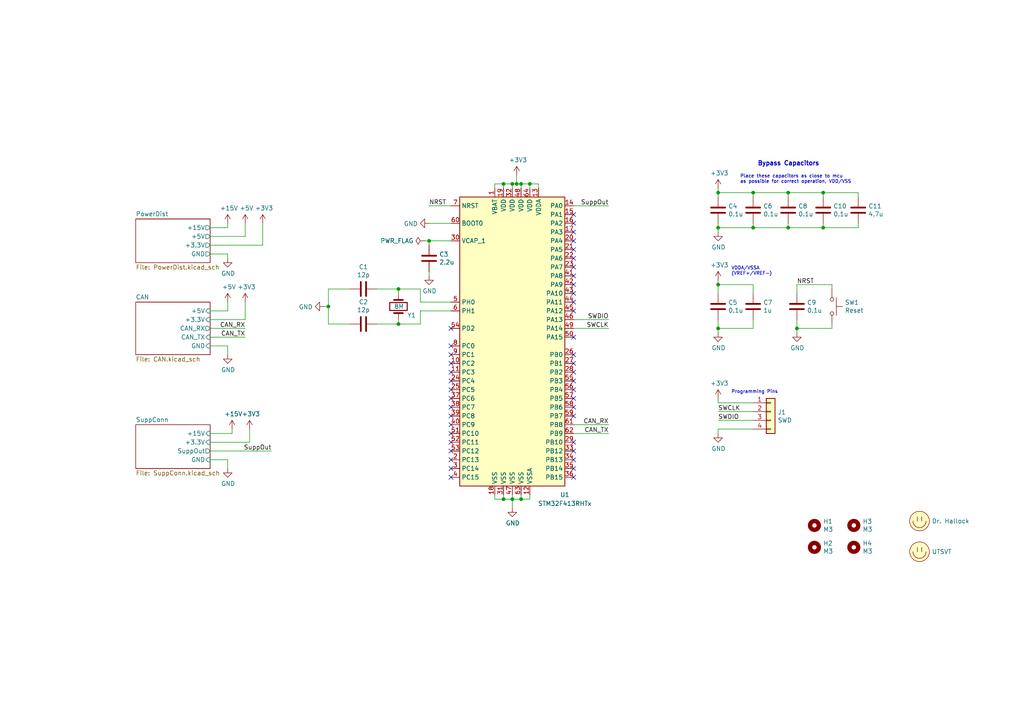
<source format=kicad_sch>
(kicad_sch (version 20230121) (generator eeschema)
  (paper "A4")
  (lib_symbols
    (symbol "Connector_Generic:Conn_01x04" (pin_names (offset 1.016) hide)
      (property "Reference" "J" (at 0 5.08 0))
      (property "Value" "Conn_01x04" (at 0 -7.62 0))
      (symbol "Conn_01x04_1_1"
        (rectangle (start -1.27 -4.953) (end 0 -5.207) (stroke (width 0.1524)))
        (rectangle (start -1.27 -2.413) (end 0 -2.667) (stroke (width 0.1524)))
        (rectangle (start -1.27 0.127) (end 0 -0.127) (stroke (width 0.1524)))
        (rectangle (start -1.27 2.667) (end 0 2.413) (stroke (width 0.1524)))
        (rectangle (start -1.27 3.81) (end 1.27 -6.35) (stroke (width 0.254)) (fill (type background)))
        (pin passive line (at -5.08 2.54 0) (length 3.81) (name "Pin_1") (number "1"))
        (pin passive line (at -5.08 0 0) (length 3.81) (name "Pin_2") (number "2"))
        (pin passive line (at -5.08 -2.54 0) (length 3.81) (name "Pin_3") (number "3"))
        (pin passive line (at -5.08 -5.08 0) (length 3.81) (name "Pin_4") (number "4"))
      )
    )
    (symbol "Device:C" (pin_numbers hide) (pin_names (offset 0.254))
      (property "Reference" "C" (at 0.635 2.54 0))
      (property "Value" "C" (at 0.635 -2.54 0))
      (symbol "C_0_1"
        (polyline (pts (xy -2.032 -0.762) (xy 2.032 -0.762)) (stroke (width 0.508)))
        (polyline (pts (xy -2.032 0.762) (xy 2.032 0.762)) (stroke (width 0.508)))
      )
      (symbol "C_1_1"
        (pin passive line (at 0 3.81 270) (length 2.794) (name "~") (number "1"))
        (pin passive line (at 0 -3.81 90) (length 2.794) (name "~") (number "2"))
      )
    )
    (symbol "Device:Crystal" (pin_numbers hide) (pin_names (offset 1.016) hide)
      (property "Reference" "Y" (at 0 3.81 0))
      (property "Value" "Crystal" (at 0 -3.81 0))
      (symbol "Crystal_0_1"
        (rectangle (start -1.143 2.54) (end 1.143 -2.54) (stroke (width 0.3048)))
        (polyline (pts (xy -2.54 0) (xy -1.905 0)))
        (polyline (pts (xy -1.905 -1.27) (xy -1.905 1.27)) (stroke (width 0.508)))
        (polyline (pts (xy 1.905 -1.27) (xy 1.905 1.27)) (stroke (width 0.508)))
        (polyline (pts (xy 2.54 0) (xy 1.905 0)))
      )
      (symbol "Crystal_1_1"
        (pin passive line (at -3.81 0 0) (length 1.27) (name "1") (number "1"))
        (pin passive line (at 3.81 0 180) (length 1.27) (name "2") (number "2"))
      )
    )
    (symbol "Mechanical:MountingHole" (pin_names (offset 1.016))
      (property "Reference" "H" (at 0 5.08 0))
      (property "Value" "MountingHole" (at 0 3.175 0))
      (symbol "MountingHole_0_1"
        (circle (center 0 0) (radius 1.27) (stroke (width 1.27)))
      )
    )
    (symbol "Power-SupplementalMonitoringPCB-rescue:+3.3V-power" (power) (pin_names (offset 0))
      (property "Value" "+3.3V-power" (at 0 3.556 0))
      (symbol "+3.3V-power_0_1"
        (polyline (pts (xy -0.762 1.27) (xy 0 2.54)))
        (polyline (pts (xy 0 0) (xy 0 2.54)))
        (polyline (pts (xy 0 2.54) (xy 0.762 1.27)))
      )
      (symbol "+3.3V-power_1_1"
        (pin power_in line (at 0 0 90) (length 0) hide (name "+3V3") (number "1"))
      )
    )
    (symbol "Power-SupplementalMonitoringPCB-rescue:Logo_Placeholder-utsvt-misc" (pin_names (offset 1.016))
      (property "Value" "utsvt-misc_Logo_Placeholder" (at 0 3.81 0))
      (symbol "Logo_Placeholder-utsvt-misc_0_1"
        (arc (start -1.905 0) (mid 0 -1.8967) (end 1.905 0))
        (polyline (pts (xy -0.635 1.27) (xy -0.635 0)))
        (polyline (pts (xy 0.635 1.27) (xy 0.635 0)))
        (circle (center 0 0) (radius 2.8448) (fill (type background)))
      )
    )
    (symbol "Power-SupplementalMonitoringPCB-rescue:STM32F413RHTx-MCU_ST_STM32F4"
      (property "Reference" "U" (at -15.24 41.91 0))
      (property "Value" "MCU_ST_STM32F4_STM32F413RHTx" (at 10.16 41.91 0))
      (symbol "STM32F413RHTx-MCU_ST_STM32F4_0_1"
        (rectangle (start -15.24 -43.18) (end 15.24 40.64) (stroke (width 0.254)) (fill (type background)))
      )
      (symbol "STM32F413RHTx-MCU_ST_STM32F4_1_1"
        (pin power_in line (at -5.08 43.18 270) (length 2.54) (name "VBAT") (number "1"))
        (pin bidirectional line (at -17.78 -7.62 0) (length 2.54) (name "PC2") (number "10"))
        (pin bidirectional line (at -17.78 -10.16 0) (length 2.54) (name "PC3") (number "11"))
        (pin power_in line (at 5.08 -45.72 90) (length 2.54) (name "VSSA") (number "12"))
        (pin power_in line (at 7.62 43.18 270) (length 2.54) (name "VDDA") (number "13"))
        (pin bidirectional line (at 17.78 38.1 180) (length 2.54) (name "PA0") (number "14"))
        (pin bidirectional line (at 17.78 35.56 180) (length 2.54) (name "PA1") (number "15"))
        (pin bidirectional line (at 17.78 33.02 180) (length 2.54) (name "PA2") (number "16"))
        (pin bidirectional line (at 17.78 30.48 180) (length 2.54) (name "PA3") (number "17"))
        (pin power_in line (at -5.08 -45.72 90) (length 2.54) (name "VSS") (number "18"))
        (pin power_in line (at -2.54 43.18 270) (length 2.54) (name "VDD") (number "19"))
        (pin bidirectional line (at -17.78 -35.56 0) (length 2.54) (name "PC13") (number "2"))
        (pin bidirectional line (at 17.78 27.94 180) (length 2.54) (name "PA4") (number "20"))
        (pin bidirectional line (at 17.78 25.4 180) (length 2.54) (name "PA5") (number "21"))
        (pin bidirectional line (at 17.78 22.86 180) (length 2.54) (name "PA6") (number "22"))
        (pin bidirectional line (at 17.78 20.32 180) (length 2.54) (name "PA7") (number "23"))
        (pin bidirectional line (at -17.78 -12.7 0) (length 2.54) (name "PC4") (number "24"))
        (pin bidirectional line (at -17.78 -15.24 0) (length 2.54) (name "PC5") (number "25"))
        (pin bidirectional line (at 17.78 -5.08 180) (length 2.54) (name "PB0") (number "26"))
        (pin bidirectional line (at 17.78 -7.62 180) (length 2.54) (name "PB1") (number "27"))
        (pin bidirectional line (at 17.78 -10.16 180) (length 2.54) (name "PB2") (number "28"))
        (pin bidirectional line (at 17.78 -30.48 180) (length 2.54) (name "PB10") (number "29"))
        (pin bidirectional line (at -17.78 -38.1 0) (length 2.54) (name "PC14") (number "3"))
        (pin power_in line (at -17.78 27.94 0) (length 2.54) (name "VCAP_1") (number "30"))
        (pin power_in line (at -2.54 -45.72 90) (length 2.54) (name "VSS") (number "31"))
        (pin power_in line (at 0 43.18 270) (length 2.54) (name "VDD") (number "32"))
        (pin bidirectional line (at 17.78 -33.02 180) (length 2.54) (name "PB12") (number "33"))
        (pin bidirectional line (at 17.78 -35.56 180) (length 2.54) (name "PB13") (number "34"))
        (pin bidirectional line (at 17.78 -38.1 180) (length 2.54) (name "PB14") (number "35"))
        (pin bidirectional line (at 17.78 -40.64 180) (length 2.54) (name "PB15") (number "36"))
        (pin bidirectional line (at -17.78 -17.78 0) (length 2.54) (name "PC6") (number "37"))
        (pin bidirectional line (at -17.78 -20.32 0) (length 2.54) (name "PC7") (number "38"))
        (pin bidirectional line (at -17.78 -22.86 0) (length 2.54) (name "PC8") (number "39"))
        (pin bidirectional line (at -17.78 -40.64 0) (length 2.54) (name "PC15") (number "4"))
        (pin bidirectional line (at -17.78 -25.4 0) (length 2.54) (name "PC9") (number "40"))
        (pin bidirectional line (at 17.78 17.78 180) (length 2.54) (name "PA8") (number "41"))
        (pin bidirectional line (at 17.78 15.24 180) (length 2.54) (name "PA9") (number "42"))
        (pin bidirectional line (at 17.78 12.7 180) (length 2.54) (name "PA10") (number "43"))
        (pin bidirectional line (at 17.78 10.16 180) (length 2.54) (name "PA11") (number "44"))
        (pin bidirectional line (at 17.78 7.62 180) (length 2.54) (name "PA12") (number "45"))
        (pin bidirectional line (at 17.78 5.08 180) (length 2.54) (name "PA13") (number "46"))
        (pin power_in line (at 0 -45.72 90) (length 2.54) (name "VSS") (number "47"))
        (pin power_in line (at 2.54 43.18 270) (length 2.54) (name "VDD") (number "48"))
        (pin bidirectional line (at 17.78 2.54 180) (length 2.54) (name "PA14") (number "49"))
        (pin input line (at -17.78 10.16 0) (length 2.54) (name "PH0") (number "5"))
        (pin bidirectional line (at 17.78 0 180) (length 2.54) (name "PA15") (number "50"))
        (pin bidirectional line (at -17.78 -27.94 0) (length 2.54) (name "PC10") (number "51"))
        (pin bidirectional line (at -17.78 -30.48 0) (length 2.54) (name "PC11") (number "52"))
        (pin bidirectional line (at -17.78 -33.02 0) (length 2.54) (name "PC12") (number "53"))
        (pin bidirectional line (at -17.78 2.54 0) (length 2.54) (name "PD2") (number "54"))
        (pin bidirectional line (at 17.78 -12.7 180) (length 2.54) (name "PB3") (number "55"))
        (pin bidirectional line (at 17.78 -15.24 180) (length 2.54) (name "PB4") (number "56"))
        (pin bidirectional line (at 17.78 -17.78 180) (length 2.54) (name "PB5") (number "57"))
        (pin bidirectional line (at 17.78 -20.32 180) (length 2.54) (name "PB6") (number "58"))
        (pin bidirectional line (at 17.78 -22.86 180) (length 2.54) (name "PB7") (number "59"))
        (pin input line (at -17.78 7.62 0) (length 2.54) (name "PH1") (number "6"))
        (pin input line (at -17.78 33.02 0) (length 2.54) (name "BOOT0") (number "60"))
        (pin bidirectional line (at 17.78 -25.4 180) (length 2.54) (name "PB8") (number "61"))
        (pin bidirectional line (at 17.78 -27.94 180) (length 2.54) (name "PB9") (number "62"))
        (pin power_in line (at 2.54 -45.72 90) (length 2.54) (name "VSS") (number "63"))
        (pin power_in line (at 5.08 43.18 270) (length 2.54) (name "VDD") (number "64"))
        (pin input line (at -17.78 38.1 0) (length 2.54) (name "NRST") (number "7"))
        (pin bidirectional line (at -17.78 -2.54 0) (length 2.54) (name "PC0") (number "8"))
        (pin bidirectional line (at -17.78 -5.08 0) (length 2.54) (name "PC1") (number "9"))
      )
    )
    (symbol "Switch:SW_Push" (pin_numbers hide) (pin_names (offset 1.016) hide)
      (property "Reference" "SW" (at 1.27 2.54 0))
      (property "Value" "SW_Push" (at 0 -1.524 0))
      (symbol "SW_Push_0_1"
        (circle (center -2.032 0) (radius 0.508))
        (polyline (pts (xy 0 1.27) (xy 0 3.048)))
        (polyline (pts (xy 2.54 1.27) (xy -2.54 1.27)))
        (circle (center 2.032 0) (radius 0.508))
        (pin passive line (at -5.08 0 0) (length 2.54) (name "1") (number "1"))
        (pin passive line (at 5.08 0 180) (length 2.54) (name "2") (number "2"))
      )
    )
    (symbol "power:+15V" (power) (pin_names (offset 0))
      (property "Value" "+15V" (at 0 3.556 0))
      (symbol "+15V_0_1"
        (polyline (pts (xy -0.762 1.27) (xy 0 2.54)))
        (polyline (pts (xy 0 0) (xy 0 2.54)))
        (polyline (pts (xy 0 2.54) (xy 0.762 1.27)))
      )
      (symbol "+15V_1_1"
        (pin power_in line (at 0 0 90) (length 0) hide (name "+15V") (number "1"))
      )
    )
    (symbol "power:+5V" (power) (pin_names (offset 0))
      (property "Value" "+5V" (at 0 3.556 0))
      (symbol "+5V_0_1"
        (polyline (pts (xy -0.762 1.27) (xy 0 2.54)))
        (polyline (pts (xy 0 0) (xy 0 2.54)))
        (polyline (pts (xy 0 2.54) (xy 0.762 1.27)))
      )
      (symbol "+5V_1_1"
        (pin power_in line (at 0 0 90) (length 0) hide (name "+5V") (number "1"))
      )
    )
    (symbol "power:GND" (power) (pin_names (offset 0))
      (property "Value" "GND" (at 0 -3.81 0))
      (symbol "GND_0_1"
        (polyline (pts (xy 0 0) (xy 0 -1.27) (xy 1.27 -1.27) (xy 0 -2.54) (xy -1.27 -1.27) (xy 0 -1.27)))
      )
      (symbol "GND_1_1"
        (pin power_in line (at 0 0 270) (length 0) hide (name "GND") (number "1"))
      )
    )
    (symbol "power:PWR_FLAG" (power) (pin_numbers hide) (pin_names (offset 0) hide)
      (property "Value" "PWR_FLAG" (at 0 3.81 0))
      (symbol "PWR_FLAG_0_0"
        (pin power_out line (at 0 0 90) (length 0) (name "pwr") (number "1"))
      )
      (symbol "PWR_FLAG_0_1"
        (polyline (pts (xy 0 0) (xy 0 1.27) (xy -1.016 1.905) (xy 0 2.54) (xy 1.016 1.905) (xy 0 1.27)))
      )
    )
  )
  (junction (at 124.46 69.85))
  (junction (at 148.59 144.78))
  (junction (at 238.76 55.88))
  (junction (at 115.57 83.82))
  (junction (at 231.14 95.25))
  (junction (at 151.13 53.34))
  (junction (at 208.28 82.55))
  (junction (at 238.76 66.04))
  (junction (at 148.59 53.34))
  (junction (at 218.44 66.04))
  (junction (at 146.05 53.34))
  (junction (at 228.6 55.88))
  (junction (at 208.28 95.25))
  (junction (at 228.6 66.04))
  (junction (at 95.25 88.9))
  (junction (at 208.28 66.04))
  (junction (at 153.67 53.34))
  (junction (at 149.86 53.34))
  (junction (at 151.13 144.78))
  (junction (at 115.57 93.98))
  (junction (at 208.28 55.88))
  (junction (at 218.44 55.88))
  (junction (at 146.05 144.78))
  (no_connect (at 166.37 110.49))
  (no_connect (at 130.81 135.89))
  (no_connect (at 166.37 113.03))
  (no_connect (at 166.37 97.79))
  (no_connect (at 166.37 90.17))
  (no_connect (at 166.37 118.11))
  (no_connect (at 166.37 130.81))
  (no_connect (at 130.81 130.81))
  (no_connect (at 130.81 120.65))
  (no_connect (at 130.81 123.19))
  (no_connect (at 166.37 102.87))
  (no_connect (at 166.37 80.01))
  (no_connect (at 130.81 107.95))
  (no_connect (at 130.81 133.35))
  (no_connect (at 130.81 118.11))
  (no_connect (at 166.37 135.89))
  (no_connect (at 166.37 72.39))
  (no_connect (at 166.37 105.41))
  (no_connect (at 166.37 120.65))
  (no_connect (at 130.81 115.57))
  (no_connect (at 130.81 95.25))
  (no_connect (at 166.37 128.27))
  (no_connect (at 166.37 62.23))
  (no_connect (at 166.37 138.43))
  (no_connect (at 166.37 67.31))
  (no_connect (at 166.37 74.93))
  (no_connect (at 130.81 125.73))
  (no_connect (at 166.37 133.35))
  (no_connect (at 130.81 110.49))
  (no_connect (at 166.37 82.55))
  (no_connect (at 130.81 102.87))
  (no_connect (at 130.81 100.33))
  (no_connect (at 130.81 113.03))
  (no_connect (at 166.37 69.85))
  (no_connect (at 166.37 87.63))
  (no_connect (at 166.37 107.95))
  (no_connect (at 130.81 105.41))
  (no_connect (at 130.81 128.27))
  (no_connect (at 130.81 138.43))
  (no_connect (at 166.37 77.47))
  (no_connect (at 166.37 64.77))
  (no_connect (at 166.37 115.57))
  (no_connect (at 166.37 85.09))
  (wire (pts (xy 228.6 64.77) (xy 228.6 66.04)))
  (wire (pts (xy 149.86 53.34) (xy 149.86 50.8)))
  (wire (pts (xy 208.28 66.04) (xy 218.44 66.04)))
  (wire (pts (xy 208.28 57.15) (xy 208.28 55.88)))
  (wire (pts (xy 146.05 143.51) (xy 146.05 144.78)))
  (wire (pts (xy 208.28 116.84) (xy 208.28 115.57)))
  (wire (pts (xy 60.96 68.58) (xy 71.12 68.58)))
  (wire (pts (xy 115.57 93.98) (xy 109.22 93.98)))
  (wire (pts (xy 218.44 95.25) (xy 218.44 92.71)))
  (wire (pts (xy 148.59 144.78) (xy 148.59 147.32)))
  (wire (pts (xy 208.28 95.25) (xy 208.28 96.52)))
  (wire (pts (xy 241.3 95.25) (xy 241.3 93.98)))
  (wire (pts (xy 146.05 54.61) (xy 146.05 53.34)))
  (wire (pts (xy 151.13 143.51) (xy 151.13 144.78)))
  (wire (pts (xy 60.96 92.71) (xy 71.12 92.71)))
  (wire (pts (xy 72.39 128.27) (xy 72.39 124.46)))
  (wire (pts (xy 60.96 90.17) (xy 66.04 90.17)))
  (wire (pts (xy 208.28 82.55) (xy 208.28 85.09)))
  (wire (pts (xy 231.14 82.55) (xy 231.14 85.09)))
  (wire (pts (xy 115.57 92.71) (xy 115.57 93.98)))
  (wire (pts (xy 228.6 55.88) (xy 238.76 55.88)))
  (wire (pts (xy 153.67 54.61) (xy 153.67 53.34)))
  (wire (pts (xy 101.6 83.82) (xy 95.25 83.82)))
  (wire (pts (xy 156.21 53.34) (xy 156.21 54.61)))
  (wire (pts (xy 218.44 57.15) (xy 218.44 55.88)))
  (wire (pts (xy 228.6 57.15) (xy 228.6 55.88)))
  (wire (pts (xy 218.44 55.88) (xy 228.6 55.88)))
  (wire (pts (xy 248.92 55.88) (xy 248.92 57.15)))
  (wire (pts (xy 208.28 124.46) (xy 208.28 125.73)))
  (wire (pts (xy 218.44 119.38) (xy 208.28 119.38)))
  (wire (pts (xy 166.37 125.73) (xy 176.53 125.73)))
  (wire (pts (xy 238.76 57.15) (xy 238.76 55.88)))
  (wire (pts (xy 66.04 64.77) (xy 66.04 66.04)))
  (wire (pts (xy 95.25 93.98) (xy 101.6 93.98)))
  (wire (pts (xy 95.25 88.9) (xy 95.25 93.98)))
  (wire (pts (xy 130.81 59.69) (xy 124.46 59.69)))
  (wire (pts (xy 121.92 90.17) (xy 130.81 90.17)))
  (wire (pts (xy 148.59 144.78) (xy 151.13 144.78)))
  (wire (pts (xy 67.31 124.46) (xy 67.31 125.73)))
  (wire (pts (xy 208.28 55.88) (xy 208.28 54.61)))
  (wire (pts (xy 218.44 116.84) (xy 208.28 116.84)))
  (wire (pts (xy 241.3 82.55) (xy 231.14 82.55)))
  (wire (pts (xy 218.44 66.04) (xy 228.6 66.04)))
  (wire (pts (xy 148.59 143.51) (xy 148.59 144.78)))
  (wire (pts (xy 67.31 125.73) (xy 60.96 125.73)))
  (wire (pts (xy 115.57 93.98) (xy 121.92 93.98)))
  (wire (pts (xy 60.96 95.25) (xy 71.12 95.25)))
  (wire (pts (xy 146.05 53.34) (xy 148.59 53.34)))
  (wire (pts (xy 60.96 133.35) (xy 66.04 133.35)))
  (wire (pts (xy 231.14 92.71) (xy 231.14 95.25)))
  (wire (pts (xy 151.13 53.34) (xy 153.67 53.34)))
  (wire (pts (xy 241.3 83.82) (xy 241.3 82.55)))
  (wire (pts (xy 151.13 144.78) (xy 153.67 144.78)))
  (wire (pts (xy 130.81 64.77) (xy 124.46 64.77)))
  (wire (pts (xy 208.28 64.77) (xy 208.28 66.04)))
  (wire (pts (xy 149.86 53.34) (xy 151.13 53.34)))
  (wire (pts (xy 124.46 69.85) (xy 130.81 69.85)))
  (wire (pts (xy 95.25 88.9) (xy 93.98 88.9)))
  (wire (pts (xy 66.04 73.66) (xy 66.04 74.93)))
  (wire (pts (xy 95.25 83.82) (xy 95.25 88.9)))
  (wire (pts (xy 166.37 95.25) (xy 176.53 95.25)))
  (wire (pts (xy 153.67 144.78) (xy 153.67 143.51)))
  (wire (pts (xy 208.28 66.04) (xy 208.28 67.31)))
  (wire (pts (xy 60.96 100.33) (xy 66.04 100.33)))
  (wire (pts (xy 228.6 66.04) (xy 238.76 66.04)))
  (wire (pts (xy 121.92 93.98) (xy 121.92 90.17)))
  (wire (pts (xy 71.12 68.58) (xy 71.12 64.77)))
  (wire (pts (xy 60.96 73.66) (xy 66.04 73.66)))
  (wire (pts (xy 238.76 64.77) (xy 238.76 66.04)))
  (wire (pts (xy 71.12 87.63) (xy 71.12 92.71)))
  (wire (pts (xy 208.28 95.25) (xy 218.44 95.25)))
  (wire (pts (xy 166.37 123.19) (xy 176.53 123.19)))
  (wire (pts (xy 60.96 130.81) (xy 78.74 130.81)))
  (wire (pts (xy 124.46 69.85) (xy 124.46 71.12)))
  (wire (pts (xy 148.59 54.61) (xy 148.59 53.34)))
  (wire (pts (xy 248.92 66.04) (xy 248.92 64.77)))
  (wire (pts (xy 231.14 95.25) (xy 241.3 95.25)))
  (wire (pts (xy 115.57 83.82) (xy 121.92 83.82)))
  (wire (pts (xy 143.51 143.51) (xy 143.51 144.78)))
  (wire (pts (xy 60.96 97.79) (xy 71.12 97.79)))
  (wire (pts (xy 76.2 64.77) (xy 76.2 71.12)))
  (wire (pts (xy 60.96 128.27) (xy 72.39 128.27)))
  (wire (pts (xy 143.51 53.34) (xy 146.05 53.34)))
  (wire (pts (xy 76.2 71.12) (xy 60.96 71.12)))
  (wire (pts (xy 238.76 55.88) (xy 248.92 55.88)))
  (wire (pts (xy 218.44 124.46) (xy 208.28 124.46)))
  (wire (pts (xy 66.04 100.33) (xy 66.04 102.87)))
  (wire (pts (xy 238.76 66.04) (xy 248.92 66.04)))
  (wire (pts (xy 146.05 144.78) (xy 148.59 144.78)))
  (wire (pts (xy 143.51 144.78) (xy 146.05 144.78)))
  (wire (pts (xy 218.44 121.92) (xy 208.28 121.92)))
  (wire (pts (xy 143.51 54.61) (xy 143.51 53.34)))
  (wire (pts (xy 218.44 64.77) (xy 218.44 66.04)))
  (wire (pts (xy 124.46 69.85) (xy 123.19 69.85)))
  (wire (pts (xy 166.37 92.71) (xy 176.53 92.71)))
  (wire (pts (xy 153.67 53.34) (xy 156.21 53.34)))
  (wire (pts (xy 115.57 85.09) (xy 115.57 83.82)))
  (wire (pts (xy 208.28 82.55) (xy 208.28 81.28)))
  (wire (pts (xy 208.28 55.88) (xy 218.44 55.88)))
  (wire (pts (xy 66.04 66.04) (xy 60.96 66.04)))
  (wire (pts (xy 115.57 83.82) (xy 109.22 83.82)))
  (wire (pts (xy 208.28 92.71) (xy 208.28 95.25)))
  (wire (pts (xy 218.44 82.55) (xy 208.28 82.55)))
  (wire (pts (xy 166.37 59.69) (xy 176.53 59.69)))
  (wire (pts (xy 66.04 133.35) (xy 66.04 135.89)))
  (wire (pts (xy 124.46 78.74) (xy 124.46 80.01)))
  (wire (pts (xy 148.59 53.34) (xy 149.86 53.34)))
  (wire (pts (xy 121.92 83.82) (xy 121.92 87.63)))
  (wire (pts (xy 231.14 95.25) (xy 231.14 96.52)))
  (wire (pts (xy 151.13 54.61) (xy 151.13 53.34)))
  (wire (pts (xy 218.44 82.55) (xy 218.44 85.09)))
  (wire (pts (xy 121.92 87.63) (xy 130.81 87.63)))
  (wire (pts (xy 66.04 90.17) (xy 66.04 87.63)))
  (text "Programming Pins" (at 212.09 114.3 0) (effects (font (size 0.9652 0.9652)) (justify left bottom)))
  (text "Place these capacitors as close to mcu \nas possible for correct operation, VDD/VSS" (at 214.63 53.34 0) (effects (font (size 0.9652 0.9652)) (justify left bottom)))
  (text "Bypass Capacitors" (at 219.71 48.26 0) (effects (font (size 1.27 1.27) (thickness 0.254) bold) (justify left bottom)))
  (text "VDDA/VSSA \n(VREF+/VREF-)\n" (at 212.09 80.01 0) (effects (font (size 0.9652 0.9652)) (justify left bottom)))
  (label "CAN_RX" (at 176.53 123.19 180))
  (label "NRST" (at 124.46 59.69 0))
  (label "SWDIO" (at 208.28 121.92 0))
  (label "CAN_TX" (at 176.53 125.73 180))
  (label "SWDIO" (at 176.53 92.71 180))
  (label "SWCLK" (at 176.53 95.25 180))
  (label "SuppOut" (at 78.74 130.81 180))
  (label "CAN_TX" (at 71.12 97.79 180))
  (label "NRST" (at 231.14 82.55 0))
  (label "CAN_RX" (at 71.12 95.25 180))
  (label "SWCLK" (at 208.28 119.38 0))
  (label "SuppOut" (at 176.53 59.69 180))
  (symbol (lib_id "Power-SupplementalMonitoringPCB-rescue:STM32F413RHTx-MCU_ST_STM32F4") (at 148.59 97.79 0) (unit 1)
    (property "Reference" "U1" (at 163.83 143.51 0))
    (property "Value" "STM32F413RHTx" (at 163.83 146.05 0))
    (property "Footprint" "Package_QFP:LQFP-64_10x10mm_P0.5mm" (effects hide))
    (property "Datasheet" "http://www.st.com/st-web-ui/static/active/en/resource/technical/document/datasheet/DM00282249.pdf" (effects hide))
  )
  (symbol (lib_id "Power-SupplementalMonitoringPCB-rescue:+3.3V-power") (at 149.86 50.8 0) (unit 1)
    (property "Reference" "#PWR014" (effects hide))
    (property "Value" "+3.3V" (at 150.241 46.4058 0))
  )
  (symbol (lib_id "power:GND") (at 148.59 147.32 0) (unit 1)
    (property "Reference" "#PWR013" (effects hide))
    (property "Value" "GND" (at 148.717 151.7142 0))
  )
  (symbol (lib_id "power:GND") (at 124.46 64.77 270) (unit 1)
    (property "Reference" "#PWR011" (effects hide))
    (property "Value" "GND" (at 121.2088 64.897 90) (effects (justify right)))
  )
  (symbol (lib_id "Device:C") (at 124.46 74.93 0) (unit 1)
    (property "Reference" "C3" (at 127.381 73.7616 0) (effects (justify left)))
    (property "Value" "2.2u" (at 127.381 76.073 0) (effects (justify left)))
    (property "Footprint" "Capacitor_SMD:C_0805_2012Metric" (effects hide))
  )
  (symbol (lib_id "power:GND") (at 124.46 80.01 0) (unit 1)
    (property "Reference" "#PWR012" (effects hide))
    (property "Value" "GND" (at 124.587 84.4042 0))
  )
  (symbol (lib_id "power:PWR_FLAG") (at 123.19 69.85 90) (unit 1)
    (property "Reference" "#FLG01" (effects hide))
    (property "Value" "PWR_FLAG" (at 119.9642 69.85 90) (effects (justify left)))
  )
  (symbol (lib_id "Device:Crystal") (at 115.57 88.9 270) (unit 1)
    (property "Reference" "Y1" (at 118.11 91.44 90) (effects (justify left)))
    (property "Value" "8M" (at 114.3 88.9 90) (effects (justify left)))
    (property "Footprint" "Crystal:Crystal_SMD_TXC_7A-2Pin_5x3.2mm" (effects hide))
  )
  (symbol (lib_id "Device:C") (at 105.41 83.82 270) (unit 1)
    (property "Reference" "C1" (at 105.41 77.4192 90))
    (property "Value" "12p" (at 105.41 79.7306 90))
    (property "Footprint" "Capacitor_SMD:C_0805_2012Metric" (effects hide))
  )
  (symbol (lib_id "Device:C") (at 105.41 93.98 270) (unit 1)
    (property "Reference" "C2" (at 105.41 87.5792 90))
    (property "Value" "12p" (at 105.41 89.8906 90))
    (property "Footprint" "Capacitor_SMD:C_0805_2012Metric" (effects hide))
  )
  (symbol (lib_id "power:GND") (at 93.98 88.9 270) (unit 1)
    (property "Reference" "#PWR010" (effects hide))
    (property "Value" "GND" (at 90.7288 89.027 90) (effects (justify right)))
  )
  (symbol (lib_id "Device:C") (at 208.28 60.96 0) (unit 1)
    (property "Reference" "C4" (at 211.201 59.7916 0) (effects (justify left)))
    (property "Value" "0.1u" (at 211.201 62.103 0) (effects (justify left)))
    (property "Footprint" "Capacitor_SMD:C_0805_2012Metric" (effects hide))
  )
  (symbol (lib_id "Device:C") (at 218.44 60.96 0) (unit 1)
    (property "Reference" "C6" (at 221.361 59.7916 0) (effects (justify left)))
    (property "Value" "0.1u" (at 221.361 62.103 0) (effects (justify left)))
    (property "Footprint" "Capacitor_SMD:C_0805_2012Metric" (effects hide))
  )
  (symbol (lib_id "Device:C") (at 228.6 60.96 0) (unit 1)
    (property "Reference" "C8" (at 231.521 59.7916 0) (effects (justify left)))
    (property "Value" "0.1u" (at 231.521 62.103 0) (effects (justify left)))
    (property "Footprint" "Capacitor_SMD:C_0805_2012Metric" (effects hide))
  )
  (symbol (lib_id "Device:C") (at 238.76 60.96 0) (unit 1)
    (property "Reference" "C10" (at 241.681 59.7916 0) (effects (justify left)))
    (property "Value" "0.1u" (at 241.681 62.103 0) (effects (justify left)))
    (property "Footprint" "Capacitor_SMD:C_0805_2012Metric" (effects hide))
  )
  (symbol (lib_id "Device:C") (at 248.92 60.96 0) (unit 1)
    (property "Reference" "C11" (at 251.841 59.7916 0) (effects (justify left)))
    (property "Value" "4.7u" (at 251.841 62.103 0) (effects (justify left)))
    (property "Footprint" "Capacitor_SMD:C_0805_2012Metric" (effects hide))
  )
  (symbol (lib_id "Power-SupplementalMonitoringPCB-rescue:+3.3V-power") (at 208.28 54.61 0) (unit 1)
    (property "Reference" "#PWR015" (effects hide))
    (property "Value" "+3.3V" (at 208.661 50.2158 0))
  )
  (symbol (lib_id "power:GND") (at 208.28 67.31 0) (unit 1)
    (property "Reference" "#PWR016" (effects hide))
    (property "Value" "GND" (at 208.407 71.7042 0))
  )
  (symbol (lib_id "Device:C") (at 208.28 88.9 0) (unit 1)
    (property "Reference" "C5" (at 211.201 87.7316 0) (effects (justify left)))
    (property "Value" "0.1u" (at 211.201 90.043 0) (effects (justify left)))
    (property "Footprint" "Capacitor_SMD:C_0805_2012Metric" (effects hide))
  )
  (symbol (lib_id "Device:C") (at 218.44 88.9 0) (unit 1)
    (property "Reference" "C7" (at 221.361 87.7316 0) (effects (justify left)))
    (property "Value" "1u" (at 221.361 90.043 0) (effects (justify left)))
    (property "Footprint" "Capacitor_SMD:C_0805_2012Metric" (effects hide))
  )
  (symbol (lib_id "Device:C") (at 231.14 88.9 0) (unit 1)
    (property "Reference" "C9" (at 234.061 87.7316 0) (effects (justify left)))
    (property "Value" "0.1u" (at 234.061 90.043 0) (effects (justify left)))
    (property "Footprint" "Capacitor_SMD:C_0805_2012Metric" (effects hide))
  )
  (symbol (lib_id "Power-SupplementalMonitoringPCB-rescue:+3.3V-power") (at 208.28 81.28 0) (unit 1)
    (property "Reference" "#PWR017" (effects hide))
    (property "Value" "+3.3V" (at 208.661 76.8858 0))
  )
  (symbol (lib_id "power:GND") (at 208.28 96.52 0) (unit 1)
    (property "Reference" "#PWR018" (effects hide))
    (property "Value" "GND" (at 208.407 100.9142 0))
  )
  (symbol (lib_id "Switch:SW_Push") (at 241.3 88.9 270) (unit 1)
    (property "Reference" "SW1" (at 245.0592 87.7316 90) (effects (justify left)))
    (property "Value" "Reset" (at 245.0592 90.043 90) (effects (justify left)))
    (property "Footprint" "Button_Switch_SMD:SW_SPST_B3SL-1002P" (effects hide))
  )
  (symbol (lib_id "power:GND") (at 231.14 96.52 0) (unit 1)
    (property "Reference" "#PWR021" (effects hide))
    (property "Value" "GND" (at 231.267 100.9142 0))
  )
  (symbol (lib_id "Connector_Generic:Conn_01x04") (at 223.52 119.38 0) (unit 1)
    (property "Reference" "J1" (at 225.552 119.5832 0) (effects (justify left)))
    (property "Value" "SWD" (at 225.552 121.8946 0) (effects (justify left)))
    (property "Footprint" "Connector_PinHeader_2.54mm:PinHeader_1x04_P2.54mm_Vertical" (effects hide))
  )
  (symbol (lib_id "Power-SupplementalMonitoringPCB-rescue:+3.3V-power") (at 208.28 115.57 0) (unit 1)
    (property "Reference" "#PWR019" (effects hide))
    (property "Value" "+3.3V" (at 208.661 111.1758 0))
  )
  (symbol (lib_id "power:GND") (at 208.28 125.73 0) (unit 1)
    (property "Reference" "#PWR020" (effects hide))
    (property "Value" "GND" (at 208.407 130.1242 0))
  )
  (symbol (lib_id "power:+5V") (at 66.04 87.63 0) (unit 1)
    (property "Reference" "#PWR03" (effects hide))
    (property "Value" "+5V" (at 66.421 83.2358 0))
  )
  (symbol (lib_id "Power-SupplementalMonitoringPCB-rescue:+3.3V-power") (at 71.12 87.63 0) (unit 1)
    (property "Reference" "#PWR08" (effects hide))
    (property "Value" "+3.3V" (at 71.501 83.2358 0))
  )
  (symbol (lib_id "power:GND") (at 66.04 102.87 0) (unit 1)
    (property "Reference" "#PWR04" (effects hide))
    (property "Value" "GND" (at 66.167 107.2642 0))
  )
  (symbol (lib_id "power:+5V") (at 71.12 64.77 0) (unit 1)
    (property "Reference" "#PWR01" (effects hide))
    (property "Value" "+5V" (at 71.501 60.3758 0))
  )
  (symbol (lib_id "Power-SupplementalMonitoringPCB-rescue:+3.3V-power") (at 76.2 64.77 0) (unit 1)
    (property "Reference" "#PWR07" (effects hide))
    (property "Value" "+3.3V" (at 76.581 60.3758 0))
  )
  (symbol (lib_id "power:GND") (at 66.04 74.93 0) (unit 1)
    (property "Reference" "#PWR02" (effects hide))
    (property "Value" "GND" (at 66.167 79.3242 0))
  )
  (symbol (lib_id "power:GND") (at 66.04 135.89 0) (unit 1)
    (property "Reference" "#PWR06" (effects hide))
    (property "Value" "GND" (at 66.167 140.2842 0))
  )
  (symbol (lib_id "Power-SupplementalMonitoringPCB-rescue:+3.3V-power") (at 72.39 124.46 0) (unit 1)
    (property "Reference" "#PWR0102" (effects hide))
    (property "Value" "+3.3V" (at 72.771 120.0658 0))
  )
  (symbol (lib_id "power:+15V") (at 67.31 124.46 0) (unit 1)
    (property "Reference" "#PWR036" (effects hide))
    (property "Value" "+15V" (at 67.691 120.0658 0))
  )
  (symbol (lib_id "power:+15V") (at 66.04 64.77 0) (unit 1)
    (property "Reference" "#PWR0101" (effects hide))
    (property "Value" "+15V" (at 66.421 60.3758 0))
  )
  (symbol (lib_id "Power-SupplementalMonitoringPCB-rescue:Logo_Placeholder-utsvt-misc") (at 266.7 151.13 0) (unit 1)
    (property "Reference" "LOGO1" (effects hide))
    (property "Value" "Dr. Hallock" (at 270.256 151.13 0) (effects (justify left)))
    (property "Footprint" "UTSVT_Special:Hallock_Image_Tiny" (effects hide))
  )
  (symbol (lib_id "Power-SupplementalMonitoringPCB-rescue:Logo_Placeholder-utsvt-misc") (at 266.7 160.02 0) (unit 1)
    (property "Reference" "LOGO2" (effects hide))
    (property "Value" "UTSVT" (at 270.256 160.02 0) (effects (justify left)))
    (property "Footprint" "UTSVT_Special:UTSVT_Logo_Symbol" (effects hide))
  )
  (symbol (lib_id "Mechanical:MountingHole") (at 236.22 152.4 0) (unit 1)
    (property "Reference" "H1" (at 238.76 151.2316 0) (effects (justify left)))
    (property "Value" "M3" (at 238.76 153.543 0) (effects (justify left)))
    (property "Footprint" "MountingHole:MountingHole_3mm" (effects hide))
  )
  (symbol (lib_id "Mechanical:MountingHole") (at 236.22 158.75 0) (unit 1)
    (property "Reference" "H2" (at 238.76 157.5816 0) (effects (justify left)))
    (property "Value" "M3" (at 238.76 159.893 0) (effects (justify left)))
    (property "Footprint" "MountingHole:MountingHole_3mm" (effects hide))
  )
  (symbol (lib_id "Mechanical:MountingHole") (at 247.65 152.4 0) (unit 1)
    (property "Reference" "H3" (at 250.19 151.2316 0) (effects (justify left)))
    (property "Value" "M3" (at 250.19 153.543 0) (effects (justify left)))
    (property "Footprint" "MountingHole:MountingHole_3mm" (effects hide))
  )
  (symbol (lib_id "Mechanical:MountingHole") (at 247.65 158.75 0) (unit 1)
    (property "Reference" "H4" (at 250.19 157.5816 0) (effects (justify left)))
    (property "Value" "M3" (at 250.19 159.893 0) (effects (justify left)))
    (property "Footprint" "MountingHole:MountingHole_3mm" (effects hide))
  )
  (sheet (at 39.37 87.63) (size 21.59 15.24)
    (property "Sheetname" "CAN" (at 39.37 86.9184 0) (effects (justify left bottom)))
    (property "Sheetfile" "CAN.kicad_sch" (at 39.37 103.4546 0) (effects (justify left top)))
    (pin "+3.3V" input (at 60.96 92.71 0))
    (pin "+5V" input (at 60.96 90.17 0))
    (pin "GND" input (at 60.96 100.33 0))
    (pin "CAN_RX" output (at 60.96 95.25 0))
    (pin "CAN_TX" input (at 60.96 97.79 0))
  )
  (sheet (at 39.37 63.5) (size 21.59 12.7)
    (property "Sheetname" "PowerDist" (at 39.37 62.7884 0) (effects (justify left bottom)))
    (property "Sheetfile" "PowerDist.kicad_sch" (at 39.37 76.7846 0) (effects (justify left top)))
    (pin "GND" output (at 60.96 73.66 0))
    (pin "+5V" output (at 60.96 68.58 0))
    (pin "+3.3V" output (at 60.96 71.12 0))
    (pin "+15V" output (at 60.96 66.04 0))
  )
  (sheet (at 39.37 123.19) (size 21.59 12.7)
    (property "Sheetname" "SuppConn" (at 39.37 122.4784 0) (effects (justify left bottom)))
    (property "Sheetfile" "SuppConn.kicad_sch" (at 39.37 136.4746 0) (effects (justify left top)))
    (pin "SuppOut" output (at 60.96 130.81 0))
    (pin "GND" input (at 60.96 133.35 0))
    (pin "+15V" input (at 60.96 125.73 0))
    (pin "+3.3V" input (at 60.96 128.27 0))
  )
)
</source>
